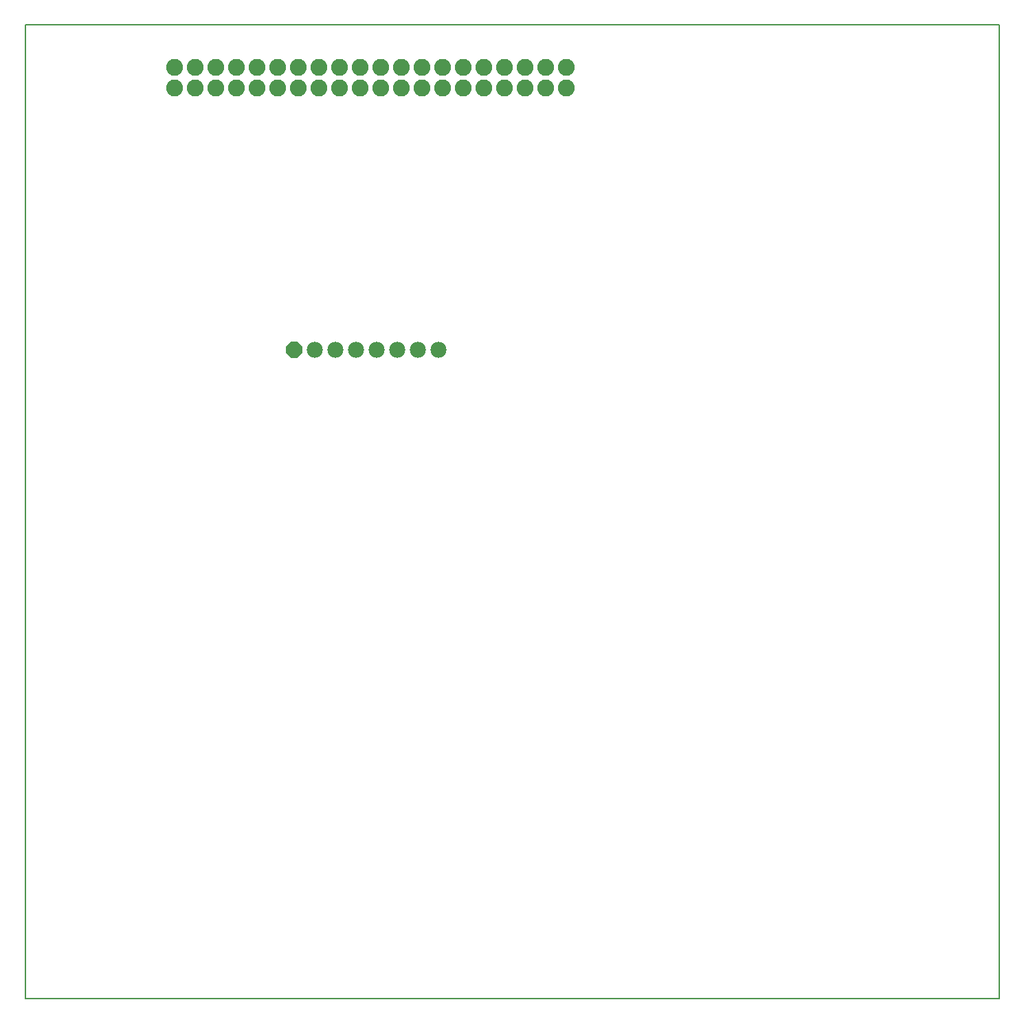
<source format=gbs>
G04 EAGLE Gerber X2 export*
%TF.Part,Single*%
%TF.FileFunction,Other,Solder stop mask Bottom*%
%TF.FilePolarity,Positive*%
%TF.GenerationSoftware,Autodesk,EAGLE,9.4.2*%
%TF.CreationDate,2020-04-15T05:43:06Z*%
G75*
%MOMM*%
%FSLAX34Y34*%
%LPD*%
%INBottom Solder Mask*%
%AMOC8*
5,1,8,0,0,1.08239X$1,22.5*%
G01*
%ADD10C,0.200000*%
%ADD11C,2.082800*%
%ADD12P,2.144431X8X112.500000*%
%ADD13C,1.981200*%


D10*
X0Y-1200000D02*
X1200000Y-1200000D01*
X0Y-1200000D02*
X0Y0D01*
X1200000Y0D02*
X1200000Y-1200000D01*
X1200000Y0D02*
X0Y0D01*
D11*
X183700Y-77700D03*
X285300Y-52300D03*
X310700Y-77700D03*
X310700Y-52300D03*
X336100Y-77700D03*
X336100Y-52300D03*
X361500Y-77700D03*
X361500Y-52300D03*
X386900Y-77700D03*
X386900Y-52300D03*
X412300Y-77700D03*
X183700Y-52300D03*
X412300Y-52300D03*
X437700Y-77700D03*
X437700Y-52300D03*
X463100Y-77700D03*
X463100Y-52300D03*
X488500Y-77700D03*
X488500Y-52300D03*
X513900Y-77700D03*
X513900Y-52300D03*
X539300Y-77700D03*
X209100Y-77700D03*
X539300Y-52300D03*
X564700Y-77700D03*
X564700Y-52300D03*
X590100Y-77700D03*
X590100Y-52300D03*
X615500Y-77700D03*
X615500Y-52300D03*
X640900Y-77700D03*
X640900Y-52300D03*
X666300Y-77700D03*
X209100Y-52300D03*
X666300Y-52300D03*
X234500Y-77700D03*
X234500Y-52300D03*
X259900Y-77700D03*
X259900Y-52300D03*
X285300Y-77700D03*
D12*
X331100Y-400640D03*
D13*
X356500Y-400640D03*
X381900Y-400640D03*
X407300Y-400640D03*
X432700Y-400640D03*
X458100Y-400640D03*
X483500Y-400640D03*
X508900Y-400640D03*
M02*

</source>
